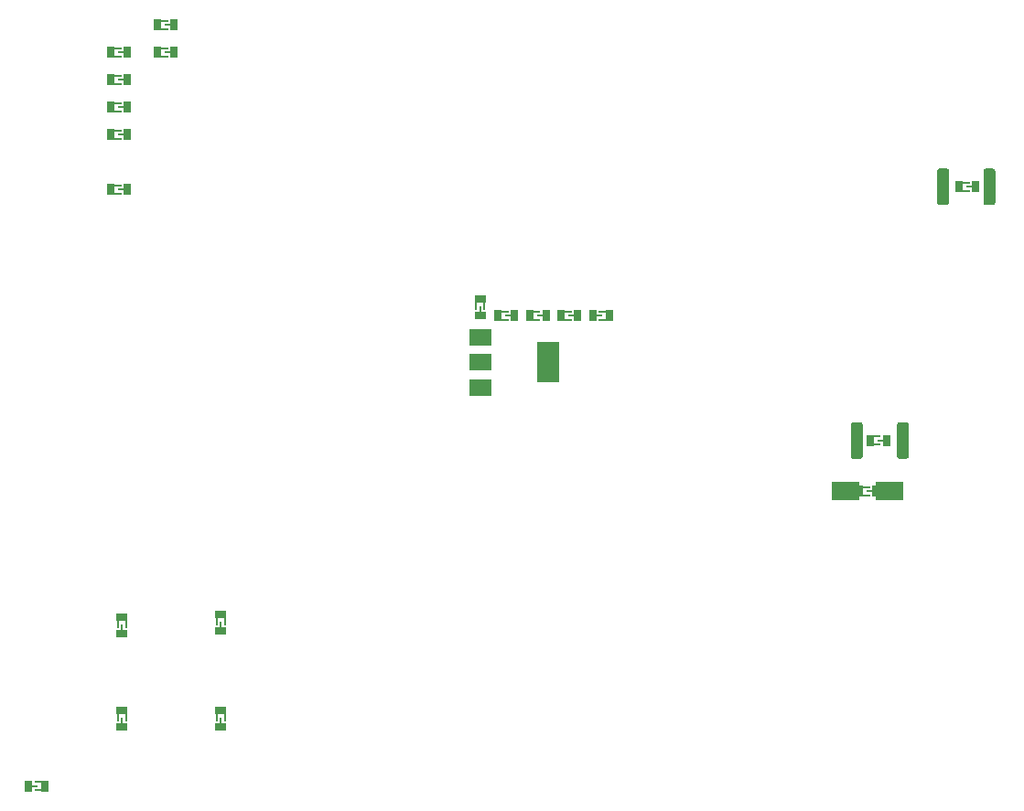
<source format=gbr>
G04 #@! TF.GenerationSoftware,KiCad,Pcbnew,5.1.9-73d0e3b20d~88~ubuntu20.04.1*
G04 #@! TF.CreationDate,2021-03-09T21:18:06-03:00*
G04 #@! TF.ProjectId,std_board,7374645f-626f-4617-9264-2e6b69636164,rev?*
G04 #@! TF.SameCoordinates,Original*
G04 #@! TF.FileFunction,Paste,Bot*
G04 #@! TF.FilePolarity,Positive*
%FSLAX46Y46*%
G04 Gerber Fmt 4.6, Leading zero omitted, Abs format (unit mm)*
G04 Created by KiCad (PCBNEW 5.1.9-73d0e3b20d~88~ubuntu20.04.1) date 2021-03-09 21:18:06*
%MOMM*%
%LPD*%
G01*
G04 APERTURE LIST*
%ADD10R,1.200000X0.254000*%
%ADD11R,1.143000X0.254000*%
%ADD12R,0.762000X1.016000*%
%ADD13R,0.254000X1.200000*%
%ADD14R,0.254000X1.143000*%
%ADD15R,1.016000X0.762000*%
%ADD16R,2.500000X1.800000*%
%ADD17R,2.000000X3.800000*%
%ADD18R,2.000000X1.500000*%
G04 APERTURE END LIST*
D10*
X86773000Y-63500000D03*
D11*
X85884000Y-63881000D03*
D12*
X85503000Y-63500000D03*
D11*
X85884000Y-63119000D03*
D12*
X87027000Y-63500000D03*
D13*
X17272000Y-76454000D03*
D14*
X16891000Y-75565000D03*
D15*
X17272000Y-75184000D03*
D14*
X17653000Y-75565000D03*
D15*
X17272000Y-76708000D03*
D13*
X17272000Y-85090000D03*
D14*
X16891000Y-84201000D03*
D15*
X17272000Y-83820000D03*
D14*
X17653000Y-84201000D03*
D15*
X17272000Y-85344000D03*
D10*
X87757000Y-58801000D03*
D11*
X86868000Y-59182000D03*
D12*
X86487000Y-58801000D03*
D11*
X86868000Y-58420000D03*
D12*
X88011000Y-58801000D03*
D13*
X26416000Y-85090000D03*
D14*
X26035000Y-84201000D03*
D15*
X26416000Y-83820000D03*
D14*
X26797000Y-84201000D03*
D15*
X26416000Y-85344000D03*
D13*
X26416000Y-76200000D03*
D14*
X26035000Y-75311000D03*
D15*
X26416000Y-74930000D03*
D14*
X26797000Y-75311000D03*
D15*
X26416000Y-76454000D03*
D16*
X84265000Y-63500000D03*
X88265000Y-63500000D03*
D15*
X50419000Y-47244000D03*
D14*
X50800000Y-46101000D03*
D15*
X50419000Y-45720000D03*
D14*
X50038000Y-46101000D03*
D13*
X50419000Y-46990000D03*
D17*
X56744000Y-51562000D03*
D18*
X50444000Y-51562000D03*
X50444000Y-49262000D03*
X50444000Y-53862000D03*
D12*
X17780000Y-22860000D03*
D11*
X16637000Y-22479000D03*
D12*
X16256000Y-22860000D03*
D11*
X16637000Y-23241000D03*
D10*
X17526000Y-22860000D03*
X17526000Y-25400000D03*
D11*
X16637000Y-25781000D03*
D12*
X16256000Y-25400000D03*
D11*
X16637000Y-25019000D03*
D12*
X17780000Y-25400000D03*
X8636000Y-90805000D03*
D11*
X9779000Y-91186000D03*
D12*
X10160000Y-90805000D03*
D11*
X9779000Y-90424000D03*
D10*
X8890000Y-90805000D03*
D12*
X22098000Y-22860000D03*
D11*
X20955000Y-22479000D03*
D12*
X20574000Y-22860000D03*
D11*
X20955000Y-23241000D03*
D10*
X21844000Y-22860000D03*
X21844000Y-20320000D03*
D11*
X20955000Y-20701000D03*
D12*
X20574000Y-20320000D03*
D11*
X20955000Y-19939000D03*
D12*
X22098000Y-20320000D03*
D10*
X17526000Y-27940000D03*
D11*
X16637000Y-28321000D03*
D12*
X16256000Y-27940000D03*
D11*
X16637000Y-27559000D03*
D12*
X17780000Y-27940000D03*
G36*
G01*
X88972500Y-60251001D02*
X88972500Y-57350999D01*
G75*
G02*
X89222499Y-57101000I249999J0D01*
G01*
X89847501Y-57101000D01*
G75*
G02*
X90097500Y-57350999I0J-249999D01*
G01*
X90097500Y-60251001D01*
G75*
G02*
X89847501Y-60501000I-249999J0D01*
G01*
X89222499Y-60501000D01*
G75*
G02*
X88972500Y-60251001I0J249999D01*
G01*
G37*
G36*
G01*
X84697500Y-60251001D02*
X84697500Y-57350999D01*
G75*
G02*
X84947499Y-57101000I249999J0D01*
G01*
X85572501Y-57101000D01*
G75*
G02*
X85822500Y-57350999I0J-249999D01*
G01*
X85822500Y-60251001D01*
G75*
G02*
X85572501Y-60501000I-249999J0D01*
G01*
X84947499Y-60501000D01*
G75*
G02*
X84697500Y-60251001I0J249999D01*
G01*
G37*
G36*
G01*
X92698500Y-36756001D02*
X92698500Y-33855999D01*
G75*
G02*
X92948499Y-33606000I249999J0D01*
G01*
X93573501Y-33606000D01*
G75*
G02*
X93823500Y-33855999I0J-249999D01*
G01*
X93823500Y-36756001D01*
G75*
G02*
X93573501Y-37006000I-249999J0D01*
G01*
X92948499Y-37006000D01*
G75*
G02*
X92698500Y-36756001I0J249999D01*
G01*
G37*
G36*
G01*
X96973500Y-36756001D02*
X96973500Y-33855999D01*
G75*
G02*
X97223499Y-33606000I249999J0D01*
G01*
X97848501Y-33606000D01*
G75*
G02*
X98098500Y-33855999I0J-249999D01*
G01*
X98098500Y-36756001D01*
G75*
G02*
X97848501Y-37006000I-249999J0D01*
G01*
X97223499Y-37006000D01*
G75*
G02*
X96973500Y-36756001I0J249999D01*
G01*
G37*
X17780000Y-30480000D03*
D11*
X16637000Y-30099000D03*
D12*
X16256000Y-30480000D03*
D11*
X16637000Y-30861000D03*
D10*
X17526000Y-30480000D03*
D12*
X96266000Y-35306000D03*
D11*
X95123000Y-34925000D03*
D12*
X94742000Y-35306000D03*
D11*
X95123000Y-35687000D03*
D10*
X96012000Y-35306000D03*
X61087000Y-47244000D03*
D11*
X61976000Y-46863000D03*
D12*
X62357000Y-47244000D03*
D11*
X61976000Y-47625000D03*
D12*
X60833000Y-47244000D03*
X53594000Y-47244000D03*
D11*
X52451000Y-46863000D03*
D12*
X52070000Y-47244000D03*
D11*
X52451000Y-47625000D03*
D10*
X53340000Y-47244000D03*
D12*
X59436000Y-47244000D03*
D11*
X58293000Y-46863000D03*
D12*
X57912000Y-47244000D03*
D11*
X58293000Y-47625000D03*
D10*
X59182000Y-47244000D03*
D12*
X56515000Y-47244000D03*
D11*
X55372000Y-46863000D03*
D12*
X54991000Y-47244000D03*
D11*
X55372000Y-47625000D03*
D10*
X56261000Y-47244000D03*
D12*
X17780000Y-35560000D03*
D11*
X16637000Y-35179000D03*
D12*
X16256000Y-35560000D03*
D11*
X16637000Y-35941000D03*
D10*
X17526000Y-35560000D03*
M02*

</source>
